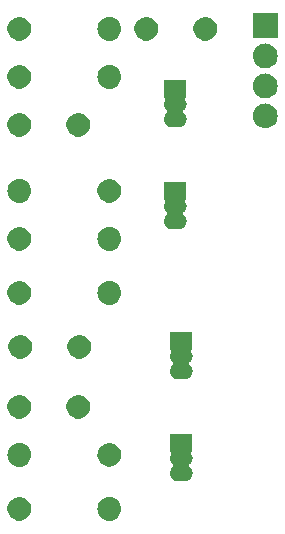
<source format=gbr>
G04 #@! TF.GenerationSoftware,KiCad,Pcbnew,(5.0.1)-3*
G04 #@! TF.CreationDate,2018-11-23T20:27:27-05:00*
G04 #@! TF.ProjectId,OdysseyDaughterCardFlipFlop,4F647973736579446175676874657243,1.0*
G04 #@! TF.SameCoordinates,Original*
G04 #@! TF.FileFunction,Soldermask,Top*
G04 #@! TF.FilePolarity,Negative*
%FSLAX46Y46*%
G04 Gerber Fmt 4.6, Leading zero omitted, Abs format (unit mm)*
G04 Created by KiCad (PCBNEW (5.0.1)-3) date 11/23/2018 8:27:27 PM*
%MOMM*%
%LPD*%
G01*
G04 APERTURE LIST*
%ADD10C,0.100000*%
G04 APERTURE END LIST*
D10*
G36*
X144976030Y-120426469D02*
X144976033Y-120426470D01*
X144976034Y-120426470D01*
X145164535Y-120483651D01*
X145164537Y-120483652D01*
X145338260Y-120576509D01*
X145490528Y-120701472D01*
X145615491Y-120853740D01*
X145708348Y-121027463D01*
X145765531Y-121215970D01*
X145784838Y-121412000D01*
X145765531Y-121608030D01*
X145708348Y-121796537D01*
X145615491Y-121970260D01*
X145490528Y-122122528D01*
X145338260Y-122247491D01*
X145338258Y-122247492D01*
X145164535Y-122340349D01*
X144976034Y-122397530D01*
X144976033Y-122397530D01*
X144976030Y-122397531D01*
X144829124Y-122412000D01*
X144730876Y-122412000D01*
X144583970Y-122397531D01*
X144583967Y-122397530D01*
X144583966Y-122397530D01*
X144395465Y-122340349D01*
X144221742Y-122247492D01*
X144221740Y-122247491D01*
X144069472Y-122122528D01*
X143944509Y-121970260D01*
X143851652Y-121796537D01*
X143794469Y-121608030D01*
X143775162Y-121412000D01*
X143794469Y-121215970D01*
X143851652Y-121027463D01*
X143944509Y-120853740D01*
X144069472Y-120701472D01*
X144221740Y-120576509D01*
X144395463Y-120483652D01*
X144395465Y-120483651D01*
X144583966Y-120426470D01*
X144583967Y-120426470D01*
X144583970Y-120426469D01*
X144730876Y-120412000D01*
X144829124Y-120412000D01*
X144976030Y-120426469D01*
X144976030Y-120426469D01*
G37*
G36*
X137335770Y-120427372D02*
X137451689Y-120450429D01*
X137633678Y-120525811D01*
X137797463Y-120635249D01*
X137936751Y-120774537D01*
X138046189Y-120938322D01*
X138121571Y-121120311D01*
X138160000Y-121313509D01*
X138160000Y-121510491D01*
X138121571Y-121703689D01*
X138046189Y-121885678D01*
X137936751Y-122049463D01*
X137797463Y-122188751D01*
X137633678Y-122298189D01*
X137451689Y-122373571D01*
X137335770Y-122396628D01*
X137258493Y-122412000D01*
X137061507Y-122412000D01*
X136984230Y-122396628D01*
X136868311Y-122373571D01*
X136686322Y-122298189D01*
X136522537Y-122188751D01*
X136383249Y-122049463D01*
X136273811Y-121885678D01*
X136198429Y-121703689D01*
X136160000Y-121510491D01*
X136160000Y-121313509D01*
X136198429Y-121120311D01*
X136273811Y-120938322D01*
X136383249Y-120774537D01*
X136522537Y-120635249D01*
X136686322Y-120525811D01*
X136868311Y-120450429D01*
X136984230Y-120427372D01*
X137061507Y-120412000D01*
X137258493Y-120412000D01*
X137335770Y-120427372D01*
X137335770Y-120427372D01*
G37*
G36*
X151826000Y-116550409D02*
X151815923Y-116551402D01*
X151792474Y-116558515D01*
X151770863Y-116570066D01*
X151751921Y-116585612D01*
X151736375Y-116604554D01*
X151724824Y-116626165D01*
X151717711Y-116649614D01*
X151715309Y-116674000D01*
X151717711Y-116698386D01*
X151724824Y-116721835D01*
X151730069Y-116732925D01*
X151774053Y-116815211D01*
X151774053Y-116815212D01*
X151815509Y-116951875D01*
X151829507Y-117094000D01*
X151815509Y-117236125D01*
X151791985Y-117313675D01*
X151774053Y-117372789D01*
X151706731Y-117498738D01*
X151616132Y-117609132D01*
X151587812Y-117632374D01*
X151570485Y-117649701D01*
X151556871Y-117670075D01*
X151547493Y-117692714D01*
X151542713Y-117716748D01*
X151542713Y-117741252D01*
X151547493Y-117765286D01*
X151556871Y-117787925D01*
X151570485Y-117808299D01*
X151587812Y-117825626D01*
X151616132Y-117848868D01*
X151706731Y-117959262D01*
X151774053Y-118085211D01*
X151774053Y-118085212D01*
X151815509Y-118221875D01*
X151829507Y-118364000D01*
X151815509Y-118506125D01*
X151787872Y-118597234D01*
X151774053Y-118642789D01*
X151706731Y-118768738D01*
X151616132Y-118879132D01*
X151505738Y-118969731D01*
X151379789Y-119037053D01*
X151334234Y-119050872D01*
X151243125Y-119078509D01*
X151172113Y-119085503D01*
X151136608Y-119089000D01*
X150615392Y-119089000D01*
X150579887Y-119085503D01*
X150508875Y-119078509D01*
X150417766Y-119050872D01*
X150372211Y-119037053D01*
X150246262Y-118969731D01*
X150135868Y-118879132D01*
X150045269Y-118768738D01*
X149977947Y-118642789D01*
X149964128Y-118597234D01*
X149936491Y-118506125D01*
X149922493Y-118364000D01*
X149936491Y-118221875D01*
X149977947Y-118085212D01*
X149977947Y-118085211D01*
X150045269Y-117959262D01*
X150135868Y-117848868D01*
X150164188Y-117825626D01*
X150181515Y-117808299D01*
X150195129Y-117787925D01*
X150204507Y-117765286D01*
X150209287Y-117741252D01*
X150209287Y-117716748D01*
X150204507Y-117692714D01*
X150195129Y-117670075D01*
X150181515Y-117649701D01*
X150164188Y-117632374D01*
X150135868Y-117609132D01*
X150045269Y-117498738D01*
X149977947Y-117372789D01*
X149960015Y-117313675D01*
X149936491Y-117236125D01*
X149922493Y-117094000D01*
X149936491Y-116951875D01*
X149977947Y-116815212D01*
X149977947Y-116815211D01*
X150021931Y-116732925D01*
X150031308Y-116710287D01*
X150036089Y-116686253D01*
X150036089Y-116661749D01*
X150031309Y-116637715D01*
X150021932Y-116615076D01*
X150008318Y-116594702D01*
X149990991Y-116577374D01*
X149970616Y-116563760D01*
X149947978Y-116554383D01*
X149926000Y-116550011D01*
X149926000Y-115099000D01*
X151826000Y-115099000D01*
X151826000Y-116550409D01*
X151826000Y-116550409D01*
G37*
G36*
X137356030Y-115854469D02*
X137356033Y-115854470D01*
X137356034Y-115854470D01*
X137544535Y-115911651D01*
X137544537Y-115911652D01*
X137718260Y-116004509D01*
X137870528Y-116129472D01*
X137995491Y-116281740D01*
X138047740Y-116379491D01*
X138088349Y-116455465D01*
X138136766Y-116615076D01*
X138145531Y-116643970D01*
X138164838Y-116840000D01*
X138145531Y-117036030D01*
X138088348Y-117224537D01*
X137995491Y-117398260D01*
X137870528Y-117550528D01*
X137718260Y-117675491D01*
X137546960Y-117767053D01*
X137544535Y-117768349D01*
X137356034Y-117825530D01*
X137356033Y-117825530D01*
X137356030Y-117825531D01*
X137209124Y-117840000D01*
X137110876Y-117840000D01*
X136963970Y-117825531D01*
X136963967Y-117825530D01*
X136963966Y-117825530D01*
X136775465Y-117768349D01*
X136773040Y-117767053D01*
X136601740Y-117675491D01*
X136449472Y-117550528D01*
X136324509Y-117398260D01*
X136231652Y-117224537D01*
X136174469Y-117036030D01*
X136155162Y-116840000D01*
X136174469Y-116643970D01*
X136183234Y-116615076D01*
X136231651Y-116455465D01*
X136272260Y-116379491D01*
X136324509Y-116281740D01*
X136449472Y-116129472D01*
X136601740Y-116004509D01*
X136775463Y-115911652D01*
X136775465Y-115911651D01*
X136963966Y-115854470D01*
X136963967Y-115854470D01*
X136963970Y-115854469D01*
X137110876Y-115840000D01*
X137209124Y-115840000D01*
X137356030Y-115854469D01*
X137356030Y-115854469D01*
G37*
G36*
X144955770Y-115855372D02*
X145071689Y-115878429D01*
X145253678Y-115953811D01*
X145417463Y-116063249D01*
X145556751Y-116202537D01*
X145666189Y-116366322D01*
X145741571Y-116548311D01*
X145761721Y-116649614D01*
X145780000Y-116741507D01*
X145780000Y-116938493D01*
X145764628Y-117015770D01*
X145741571Y-117131689D01*
X145666189Y-117313678D01*
X145556751Y-117477463D01*
X145417463Y-117616751D01*
X145253678Y-117726189D01*
X145071689Y-117801571D01*
X144984066Y-117819000D01*
X144878493Y-117840000D01*
X144681507Y-117840000D01*
X144575934Y-117819000D01*
X144488311Y-117801571D01*
X144306322Y-117726189D01*
X144142537Y-117616751D01*
X144003249Y-117477463D01*
X143893811Y-117313678D01*
X143818429Y-117131689D01*
X143795372Y-117015770D01*
X143780000Y-116938493D01*
X143780000Y-116741507D01*
X143798279Y-116649614D01*
X143818429Y-116548311D01*
X143893811Y-116366322D01*
X144003249Y-116202537D01*
X144142537Y-116063249D01*
X144306322Y-115953811D01*
X144488311Y-115878429D01*
X144604230Y-115855372D01*
X144681507Y-115840000D01*
X144878493Y-115840000D01*
X144955770Y-115855372D01*
X144955770Y-115855372D01*
G37*
G36*
X137335770Y-111791372D02*
X137451689Y-111814429D01*
X137633678Y-111889811D01*
X137797463Y-111999249D01*
X137936751Y-112138537D01*
X138046189Y-112302322D01*
X138121571Y-112484311D01*
X138160000Y-112677509D01*
X138160000Y-112874491D01*
X138121571Y-113067689D01*
X138046189Y-113249678D01*
X137936751Y-113413463D01*
X137797463Y-113552751D01*
X137633678Y-113662189D01*
X137451689Y-113737571D01*
X137335770Y-113760628D01*
X137258493Y-113776000D01*
X137061507Y-113776000D01*
X136984230Y-113760628D01*
X136868311Y-113737571D01*
X136686322Y-113662189D01*
X136522537Y-113552751D01*
X136383249Y-113413463D01*
X136273811Y-113249678D01*
X136198429Y-113067689D01*
X136160000Y-112874491D01*
X136160000Y-112677509D01*
X136198429Y-112484311D01*
X136273811Y-112302322D01*
X136383249Y-112138537D01*
X136522537Y-111999249D01*
X136686322Y-111889811D01*
X136868311Y-111814429D01*
X136984230Y-111791372D01*
X137061507Y-111776000D01*
X137258493Y-111776000D01*
X137335770Y-111791372D01*
X137335770Y-111791372D01*
G37*
G36*
X142335770Y-111791372D02*
X142451689Y-111814429D01*
X142633678Y-111889811D01*
X142797463Y-111999249D01*
X142936751Y-112138537D01*
X143046189Y-112302322D01*
X143121571Y-112484311D01*
X143160000Y-112677509D01*
X143160000Y-112874491D01*
X143121571Y-113067689D01*
X143046189Y-113249678D01*
X142936751Y-113413463D01*
X142797463Y-113552751D01*
X142633678Y-113662189D01*
X142451689Y-113737571D01*
X142335770Y-113760628D01*
X142258493Y-113776000D01*
X142061507Y-113776000D01*
X141984230Y-113760628D01*
X141868311Y-113737571D01*
X141686322Y-113662189D01*
X141522537Y-113552751D01*
X141383249Y-113413463D01*
X141273811Y-113249678D01*
X141198429Y-113067689D01*
X141160000Y-112874491D01*
X141160000Y-112677509D01*
X141198429Y-112484311D01*
X141273811Y-112302322D01*
X141383249Y-112138537D01*
X141522537Y-111999249D01*
X141686322Y-111889811D01*
X141868311Y-111814429D01*
X141984230Y-111791372D01*
X142061507Y-111776000D01*
X142258493Y-111776000D01*
X142335770Y-111791372D01*
X142335770Y-111791372D01*
G37*
G36*
X151826000Y-107914409D02*
X151815923Y-107915402D01*
X151792474Y-107922515D01*
X151770863Y-107934066D01*
X151751921Y-107949612D01*
X151736375Y-107968554D01*
X151724824Y-107990165D01*
X151717711Y-108013614D01*
X151715309Y-108038000D01*
X151717711Y-108062386D01*
X151724824Y-108085835D01*
X151730069Y-108096925D01*
X151774053Y-108179211D01*
X151774053Y-108179212D01*
X151815509Y-108315875D01*
X151829507Y-108458000D01*
X151815509Y-108600125D01*
X151798083Y-108657571D01*
X151774053Y-108736789D01*
X151706731Y-108862738D01*
X151616132Y-108973132D01*
X151587812Y-108996374D01*
X151570485Y-109013701D01*
X151556871Y-109034075D01*
X151547493Y-109056714D01*
X151542713Y-109080748D01*
X151542713Y-109105252D01*
X151547493Y-109129286D01*
X151556871Y-109151925D01*
X151570485Y-109172299D01*
X151587812Y-109189626D01*
X151616132Y-109212868D01*
X151706731Y-109323262D01*
X151774053Y-109449211D01*
X151774053Y-109449212D01*
X151815509Y-109585875D01*
X151829507Y-109728000D01*
X151815509Y-109870125D01*
X151787872Y-109961234D01*
X151774053Y-110006789D01*
X151706731Y-110132738D01*
X151616132Y-110243132D01*
X151505738Y-110333731D01*
X151379789Y-110401053D01*
X151334234Y-110414872D01*
X151243125Y-110442509D01*
X151172113Y-110449503D01*
X151136608Y-110453000D01*
X150615392Y-110453000D01*
X150579887Y-110449503D01*
X150508875Y-110442509D01*
X150417766Y-110414872D01*
X150372211Y-110401053D01*
X150246262Y-110333731D01*
X150135868Y-110243132D01*
X150045269Y-110132738D01*
X149977947Y-110006789D01*
X149964128Y-109961234D01*
X149936491Y-109870125D01*
X149922493Y-109728000D01*
X149936491Y-109585875D01*
X149977947Y-109449212D01*
X149977947Y-109449211D01*
X150045269Y-109323262D01*
X150135868Y-109212868D01*
X150164188Y-109189626D01*
X150181515Y-109172299D01*
X150195129Y-109151925D01*
X150204507Y-109129286D01*
X150209287Y-109105252D01*
X150209287Y-109080748D01*
X150204507Y-109056714D01*
X150195129Y-109034075D01*
X150181515Y-109013701D01*
X150164188Y-108996374D01*
X150135868Y-108973132D01*
X150045269Y-108862738D01*
X149977947Y-108736789D01*
X149953917Y-108657571D01*
X149936491Y-108600125D01*
X149922493Y-108458000D01*
X149936491Y-108315875D01*
X149977947Y-108179212D01*
X149977947Y-108179211D01*
X150021931Y-108096925D01*
X150031308Y-108074287D01*
X150036089Y-108050253D01*
X150036089Y-108025749D01*
X150031309Y-108001715D01*
X150021932Y-107979076D01*
X150008318Y-107958702D01*
X149990991Y-107941374D01*
X149970616Y-107927760D01*
X149947978Y-107918383D01*
X149926000Y-107914011D01*
X149926000Y-106463000D01*
X151826000Y-106463000D01*
X151826000Y-107914409D01*
X151826000Y-107914409D01*
G37*
G36*
X142415770Y-106711372D02*
X142531689Y-106734429D01*
X142713678Y-106809811D01*
X142877463Y-106919249D01*
X143016751Y-107058537D01*
X143126189Y-107222322D01*
X143201571Y-107404311D01*
X143240000Y-107597509D01*
X143240000Y-107794491D01*
X143201571Y-107987689D01*
X143126189Y-108169678D01*
X143016751Y-108333463D01*
X142877463Y-108472751D01*
X142713678Y-108582189D01*
X142531689Y-108657571D01*
X142415770Y-108680628D01*
X142338493Y-108696000D01*
X142141507Y-108696000D01*
X142064230Y-108680628D01*
X141948311Y-108657571D01*
X141766322Y-108582189D01*
X141602537Y-108472751D01*
X141463249Y-108333463D01*
X141353811Y-108169678D01*
X141278429Y-107987689D01*
X141240000Y-107794491D01*
X141240000Y-107597509D01*
X141278429Y-107404311D01*
X141353811Y-107222322D01*
X141463249Y-107058537D01*
X141602537Y-106919249D01*
X141766322Y-106809811D01*
X141948311Y-106734429D01*
X142064230Y-106711372D01*
X142141507Y-106696000D01*
X142338493Y-106696000D01*
X142415770Y-106711372D01*
X142415770Y-106711372D01*
G37*
G36*
X137415770Y-106711372D02*
X137531689Y-106734429D01*
X137713678Y-106809811D01*
X137877463Y-106919249D01*
X138016751Y-107058537D01*
X138126189Y-107222322D01*
X138201571Y-107404311D01*
X138240000Y-107597509D01*
X138240000Y-107794491D01*
X138201571Y-107987689D01*
X138126189Y-108169678D01*
X138016751Y-108333463D01*
X137877463Y-108472751D01*
X137713678Y-108582189D01*
X137531689Y-108657571D01*
X137415770Y-108680628D01*
X137338493Y-108696000D01*
X137141507Y-108696000D01*
X137064230Y-108680628D01*
X136948311Y-108657571D01*
X136766322Y-108582189D01*
X136602537Y-108472751D01*
X136463249Y-108333463D01*
X136353811Y-108169678D01*
X136278429Y-107987689D01*
X136240000Y-107794491D01*
X136240000Y-107597509D01*
X136278429Y-107404311D01*
X136353811Y-107222322D01*
X136463249Y-107058537D01*
X136602537Y-106919249D01*
X136766322Y-106809811D01*
X136948311Y-106734429D01*
X137064230Y-106711372D01*
X137141507Y-106696000D01*
X137338493Y-106696000D01*
X137415770Y-106711372D01*
X137415770Y-106711372D01*
G37*
G36*
X144976030Y-102138469D02*
X144976033Y-102138470D01*
X144976034Y-102138470D01*
X145164535Y-102195651D01*
X145164537Y-102195652D01*
X145338260Y-102288509D01*
X145490528Y-102413472D01*
X145615491Y-102565740D01*
X145708348Y-102739463D01*
X145765531Y-102927970D01*
X145784838Y-103124000D01*
X145765531Y-103320030D01*
X145708348Y-103508537D01*
X145615491Y-103682260D01*
X145490528Y-103834528D01*
X145338260Y-103959491D01*
X145338258Y-103959492D01*
X145164535Y-104052349D01*
X144976034Y-104109530D01*
X144976033Y-104109530D01*
X144976030Y-104109531D01*
X144829124Y-104124000D01*
X144730876Y-104124000D01*
X144583970Y-104109531D01*
X144583967Y-104109530D01*
X144583966Y-104109530D01*
X144395465Y-104052349D01*
X144221742Y-103959492D01*
X144221740Y-103959491D01*
X144069472Y-103834528D01*
X143944509Y-103682260D01*
X143851652Y-103508537D01*
X143794469Y-103320030D01*
X143775162Y-103124000D01*
X143794469Y-102927970D01*
X143851652Y-102739463D01*
X143944509Y-102565740D01*
X144069472Y-102413472D01*
X144221740Y-102288509D01*
X144395463Y-102195652D01*
X144395465Y-102195651D01*
X144583966Y-102138470D01*
X144583967Y-102138470D01*
X144583970Y-102138469D01*
X144730876Y-102124000D01*
X144829124Y-102124000D01*
X144976030Y-102138469D01*
X144976030Y-102138469D01*
G37*
G36*
X137335770Y-102139372D02*
X137451689Y-102162429D01*
X137633678Y-102237811D01*
X137797463Y-102347249D01*
X137936751Y-102486537D01*
X138046189Y-102650322D01*
X138121571Y-102832311D01*
X138160000Y-103025509D01*
X138160000Y-103222491D01*
X138121571Y-103415689D01*
X138046189Y-103597678D01*
X137936751Y-103761463D01*
X137797463Y-103900751D01*
X137633678Y-104010189D01*
X137451689Y-104085571D01*
X137335770Y-104108628D01*
X137258493Y-104124000D01*
X137061507Y-104124000D01*
X136984230Y-104108628D01*
X136868311Y-104085571D01*
X136686322Y-104010189D01*
X136522537Y-103900751D01*
X136383249Y-103761463D01*
X136273811Y-103597678D01*
X136198429Y-103415689D01*
X136160000Y-103222491D01*
X136160000Y-103025509D01*
X136198429Y-102832311D01*
X136273811Y-102650322D01*
X136383249Y-102486537D01*
X136522537Y-102347249D01*
X136686322Y-102237811D01*
X136868311Y-102162429D01*
X136984230Y-102139372D01*
X137061507Y-102124000D01*
X137258493Y-102124000D01*
X137335770Y-102139372D01*
X137335770Y-102139372D01*
G37*
G36*
X144976030Y-97566469D02*
X144976033Y-97566470D01*
X144976034Y-97566470D01*
X145164535Y-97623651D01*
X145164537Y-97623652D01*
X145338260Y-97716509D01*
X145490528Y-97841472D01*
X145615491Y-97993740D01*
X145708348Y-98167463D01*
X145765531Y-98355970D01*
X145784838Y-98552000D01*
X145765531Y-98748030D01*
X145708348Y-98936537D01*
X145615491Y-99110260D01*
X145490528Y-99262528D01*
X145338260Y-99387491D01*
X145338258Y-99387492D01*
X145164535Y-99480349D01*
X144976034Y-99537530D01*
X144976033Y-99537530D01*
X144976030Y-99537531D01*
X144829124Y-99552000D01*
X144730876Y-99552000D01*
X144583970Y-99537531D01*
X144583967Y-99537530D01*
X144583966Y-99537530D01*
X144395465Y-99480349D01*
X144221742Y-99387492D01*
X144221740Y-99387491D01*
X144069472Y-99262528D01*
X143944509Y-99110260D01*
X143851652Y-98936537D01*
X143794469Y-98748030D01*
X143775162Y-98552000D01*
X143794469Y-98355970D01*
X143851652Y-98167463D01*
X143944509Y-97993740D01*
X144069472Y-97841472D01*
X144221740Y-97716509D01*
X144395463Y-97623652D01*
X144395465Y-97623651D01*
X144583966Y-97566470D01*
X144583967Y-97566470D01*
X144583970Y-97566469D01*
X144730876Y-97552000D01*
X144829124Y-97552000D01*
X144976030Y-97566469D01*
X144976030Y-97566469D01*
G37*
G36*
X137335770Y-97567372D02*
X137451689Y-97590429D01*
X137633678Y-97665811D01*
X137797463Y-97775249D01*
X137936751Y-97914537D01*
X138046189Y-98078322D01*
X138121571Y-98260311D01*
X138160000Y-98453509D01*
X138160000Y-98650491D01*
X138121571Y-98843689D01*
X138046189Y-99025678D01*
X137936751Y-99189463D01*
X137797463Y-99328751D01*
X137633678Y-99438189D01*
X137451689Y-99513571D01*
X137335770Y-99536628D01*
X137258493Y-99552000D01*
X137061507Y-99552000D01*
X136984230Y-99536628D01*
X136868311Y-99513571D01*
X136686322Y-99438189D01*
X136522537Y-99328751D01*
X136383249Y-99189463D01*
X136273811Y-99025678D01*
X136198429Y-98843689D01*
X136160000Y-98650491D01*
X136160000Y-98453509D01*
X136198429Y-98260311D01*
X136273811Y-98078322D01*
X136383249Y-97914537D01*
X136522537Y-97775249D01*
X136686322Y-97665811D01*
X136868311Y-97590429D01*
X136984230Y-97567372D01*
X137061507Y-97552000D01*
X137258493Y-97552000D01*
X137335770Y-97567372D01*
X137335770Y-97567372D01*
G37*
G36*
X151318000Y-95214409D02*
X151307923Y-95215402D01*
X151284474Y-95222515D01*
X151262863Y-95234066D01*
X151243921Y-95249612D01*
X151228375Y-95268554D01*
X151216824Y-95290165D01*
X151209711Y-95313614D01*
X151207309Y-95338000D01*
X151209711Y-95362386D01*
X151216824Y-95385835D01*
X151222069Y-95396925D01*
X151266053Y-95479211D01*
X151266053Y-95479212D01*
X151307509Y-95615875D01*
X151321507Y-95758000D01*
X151307509Y-95900125D01*
X151279872Y-95991234D01*
X151266053Y-96036789D01*
X151198731Y-96162738D01*
X151108132Y-96273132D01*
X151079812Y-96296374D01*
X151062485Y-96313701D01*
X151048871Y-96334075D01*
X151039493Y-96356714D01*
X151034713Y-96380748D01*
X151034713Y-96405252D01*
X151039493Y-96429286D01*
X151048871Y-96451925D01*
X151062485Y-96472299D01*
X151079812Y-96489626D01*
X151108132Y-96512868D01*
X151198731Y-96623262D01*
X151266053Y-96749211D01*
X151266053Y-96749212D01*
X151307509Y-96885875D01*
X151321507Y-97028000D01*
X151307509Y-97170125D01*
X151279872Y-97261234D01*
X151266053Y-97306789D01*
X151198731Y-97432738D01*
X151108132Y-97543132D01*
X150997738Y-97633731D01*
X150871789Y-97701053D01*
X150826234Y-97714872D01*
X150735125Y-97742509D01*
X150664113Y-97749503D01*
X150628608Y-97753000D01*
X150107392Y-97753000D01*
X150071887Y-97749503D01*
X150000875Y-97742509D01*
X149909766Y-97714872D01*
X149864211Y-97701053D01*
X149738262Y-97633731D01*
X149627868Y-97543132D01*
X149537269Y-97432738D01*
X149469947Y-97306789D01*
X149456128Y-97261234D01*
X149428491Y-97170125D01*
X149414493Y-97028000D01*
X149428491Y-96885875D01*
X149469947Y-96749212D01*
X149469947Y-96749211D01*
X149537269Y-96623262D01*
X149627868Y-96512868D01*
X149656188Y-96489626D01*
X149673515Y-96472299D01*
X149687129Y-96451925D01*
X149696507Y-96429286D01*
X149701287Y-96405252D01*
X149701287Y-96380748D01*
X149696507Y-96356714D01*
X149687129Y-96334075D01*
X149673515Y-96313701D01*
X149656188Y-96296374D01*
X149627868Y-96273132D01*
X149537269Y-96162738D01*
X149469947Y-96036789D01*
X149456128Y-95991234D01*
X149428491Y-95900125D01*
X149414493Y-95758000D01*
X149428491Y-95615875D01*
X149469947Y-95479212D01*
X149469947Y-95479211D01*
X149513931Y-95396925D01*
X149523308Y-95374287D01*
X149528089Y-95350253D01*
X149528089Y-95325749D01*
X149523309Y-95301715D01*
X149513932Y-95279076D01*
X149500318Y-95258702D01*
X149482991Y-95241374D01*
X149462616Y-95227760D01*
X149439978Y-95218383D01*
X149418000Y-95214011D01*
X149418000Y-93763000D01*
X151318000Y-93763000D01*
X151318000Y-95214409D01*
X151318000Y-95214409D01*
G37*
G36*
X137356030Y-93502469D02*
X137356033Y-93502470D01*
X137356034Y-93502470D01*
X137544535Y-93559651D01*
X137544537Y-93559652D01*
X137718260Y-93652509D01*
X137870528Y-93777472D01*
X137995491Y-93929740D01*
X138088348Y-94103463D01*
X138145531Y-94291970D01*
X138164838Y-94488000D01*
X138145531Y-94684030D01*
X138088348Y-94872537D01*
X137995491Y-95046260D01*
X137870528Y-95198528D01*
X137718260Y-95323491D01*
X137645493Y-95362386D01*
X137544535Y-95416349D01*
X137356034Y-95473530D01*
X137356033Y-95473530D01*
X137356030Y-95473531D01*
X137209124Y-95488000D01*
X137110876Y-95488000D01*
X136963970Y-95473531D01*
X136963967Y-95473530D01*
X136963966Y-95473530D01*
X136775465Y-95416349D01*
X136674507Y-95362386D01*
X136601740Y-95323491D01*
X136449472Y-95198528D01*
X136324509Y-95046260D01*
X136231652Y-94872537D01*
X136174469Y-94684030D01*
X136155162Y-94488000D01*
X136174469Y-94291970D01*
X136231652Y-94103463D01*
X136324509Y-93929740D01*
X136449472Y-93777472D01*
X136601740Y-93652509D01*
X136775463Y-93559652D01*
X136775465Y-93559651D01*
X136963966Y-93502470D01*
X136963967Y-93502470D01*
X136963970Y-93502469D01*
X137110876Y-93488000D01*
X137209124Y-93488000D01*
X137356030Y-93502469D01*
X137356030Y-93502469D01*
G37*
G36*
X144955770Y-93503372D02*
X145071689Y-93526429D01*
X145253678Y-93601811D01*
X145417463Y-93711249D01*
X145556751Y-93850537D01*
X145666189Y-94014322D01*
X145741571Y-94196311D01*
X145780000Y-94389509D01*
X145780000Y-94586491D01*
X145741571Y-94779689D01*
X145666189Y-94961678D01*
X145556751Y-95125463D01*
X145417463Y-95264751D01*
X145253678Y-95374189D01*
X145071689Y-95449571D01*
X144955770Y-95472628D01*
X144878493Y-95488000D01*
X144681507Y-95488000D01*
X144604230Y-95472628D01*
X144488311Y-95449571D01*
X144306322Y-95374189D01*
X144142537Y-95264751D01*
X144003249Y-95125463D01*
X143893811Y-94961678D01*
X143818429Y-94779689D01*
X143780000Y-94586491D01*
X143780000Y-94389509D01*
X143818429Y-94196311D01*
X143893811Y-94014322D01*
X144003249Y-93850537D01*
X144142537Y-93711249D01*
X144306322Y-93601811D01*
X144488311Y-93526429D01*
X144604230Y-93503372D01*
X144681507Y-93488000D01*
X144878493Y-93488000D01*
X144955770Y-93503372D01*
X144955770Y-93503372D01*
G37*
G36*
X142335770Y-87915372D02*
X142451689Y-87938429D01*
X142633678Y-88013811D01*
X142797463Y-88123249D01*
X142936751Y-88262537D01*
X143046189Y-88426322D01*
X143121571Y-88608311D01*
X143160000Y-88801509D01*
X143160000Y-88998491D01*
X143121571Y-89191689D01*
X143046189Y-89373678D01*
X142936751Y-89537463D01*
X142797463Y-89676751D01*
X142633678Y-89786189D01*
X142451689Y-89861571D01*
X142335770Y-89884628D01*
X142258493Y-89900000D01*
X142061507Y-89900000D01*
X141984230Y-89884628D01*
X141868311Y-89861571D01*
X141686322Y-89786189D01*
X141522537Y-89676751D01*
X141383249Y-89537463D01*
X141273811Y-89373678D01*
X141198429Y-89191689D01*
X141160000Y-88998491D01*
X141160000Y-88801509D01*
X141198429Y-88608311D01*
X141273811Y-88426322D01*
X141383249Y-88262537D01*
X141522537Y-88123249D01*
X141686322Y-88013811D01*
X141868311Y-87938429D01*
X141984230Y-87915372D01*
X142061507Y-87900000D01*
X142258493Y-87900000D01*
X142335770Y-87915372D01*
X142335770Y-87915372D01*
G37*
G36*
X137335770Y-87915372D02*
X137451689Y-87938429D01*
X137633678Y-88013811D01*
X137797463Y-88123249D01*
X137936751Y-88262537D01*
X138046189Y-88426322D01*
X138121571Y-88608311D01*
X138160000Y-88801509D01*
X138160000Y-88998491D01*
X138121571Y-89191689D01*
X138046189Y-89373678D01*
X137936751Y-89537463D01*
X137797463Y-89676751D01*
X137633678Y-89786189D01*
X137451689Y-89861571D01*
X137335770Y-89884628D01*
X137258493Y-89900000D01*
X137061507Y-89900000D01*
X136984230Y-89884628D01*
X136868311Y-89861571D01*
X136686322Y-89786189D01*
X136522537Y-89676751D01*
X136383249Y-89537463D01*
X136273811Y-89373678D01*
X136198429Y-89191689D01*
X136160000Y-88998491D01*
X136160000Y-88801509D01*
X136198429Y-88608311D01*
X136273811Y-88426322D01*
X136383249Y-88262537D01*
X136522537Y-88123249D01*
X136686322Y-88013811D01*
X136868311Y-87938429D01*
X136984230Y-87915372D01*
X137061507Y-87900000D01*
X137258493Y-87900000D01*
X137335770Y-87915372D01*
X137335770Y-87915372D01*
G37*
G36*
X158116707Y-87095596D02*
X158193836Y-87103193D01*
X158325787Y-87143220D01*
X158391763Y-87163233D01*
X158574172Y-87260733D01*
X158734054Y-87391946D01*
X158865267Y-87551828D01*
X158962767Y-87734237D01*
X158962767Y-87734238D01*
X159022807Y-87932164D01*
X159043080Y-88138000D01*
X159022807Y-88343836D01*
X158997785Y-88426322D01*
X158962767Y-88541763D01*
X158865267Y-88724172D01*
X158734054Y-88884054D01*
X158574172Y-89015267D01*
X158391763Y-89112767D01*
X158377808Y-89117000D01*
X158193836Y-89172807D01*
X158116707Y-89180403D01*
X158039580Y-89188000D01*
X157936420Y-89188000D01*
X157859293Y-89180403D01*
X157782164Y-89172807D01*
X157598192Y-89117000D01*
X157584237Y-89112767D01*
X157401828Y-89015267D01*
X157241946Y-88884054D01*
X157110733Y-88724172D01*
X157013233Y-88541763D01*
X156978215Y-88426322D01*
X156953193Y-88343836D01*
X156932920Y-88138000D01*
X156953193Y-87932164D01*
X157013233Y-87734238D01*
X157013233Y-87734237D01*
X157110733Y-87551828D01*
X157241946Y-87391946D01*
X157401828Y-87260733D01*
X157584237Y-87163233D01*
X157650213Y-87143220D01*
X157782164Y-87103193D01*
X157859293Y-87095596D01*
X157936420Y-87088000D01*
X158039580Y-87088000D01*
X158116707Y-87095596D01*
X158116707Y-87095596D01*
G37*
G36*
X151318000Y-86578409D02*
X151307923Y-86579402D01*
X151284474Y-86586515D01*
X151262863Y-86598066D01*
X151243921Y-86613612D01*
X151228375Y-86632554D01*
X151216824Y-86654165D01*
X151209711Y-86677614D01*
X151207309Y-86702000D01*
X151209711Y-86726386D01*
X151216824Y-86749835D01*
X151222069Y-86760925D01*
X151266053Y-86843211D01*
X151266053Y-86843212D01*
X151307509Y-86979875D01*
X151321507Y-87122000D01*
X151307509Y-87264125D01*
X151279872Y-87355234D01*
X151266053Y-87400789D01*
X151198731Y-87526738D01*
X151108132Y-87637132D01*
X151079812Y-87660374D01*
X151062485Y-87677701D01*
X151048871Y-87698075D01*
X151039493Y-87720714D01*
X151034713Y-87744748D01*
X151034713Y-87769252D01*
X151039493Y-87793286D01*
X151048871Y-87815925D01*
X151062485Y-87836299D01*
X151079812Y-87853626D01*
X151108132Y-87876868D01*
X151198731Y-87987262D01*
X151266053Y-88113211D01*
X151266053Y-88113212D01*
X151307509Y-88249875D01*
X151321507Y-88392000D01*
X151307509Y-88534125D01*
X151285005Y-88608311D01*
X151266053Y-88670789D01*
X151198731Y-88796738D01*
X151108132Y-88907132D01*
X150997738Y-88997731D01*
X150871789Y-89065053D01*
X150826234Y-89078872D01*
X150735125Y-89106509D01*
X150671586Y-89112767D01*
X150628608Y-89117000D01*
X150107392Y-89117000D01*
X150064414Y-89112767D01*
X150000875Y-89106509D01*
X149909766Y-89078872D01*
X149864211Y-89065053D01*
X149738262Y-88997731D01*
X149627868Y-88907132D01*
X149537269Y-88796738D01*
X149469947Y-88670789D01*
X149450995Y-88608311D01*
X149428491Y-88534125D01*
X149414493Y-88392000D01*
X149428491Y-88249875D01*
X149469947Y-88113212D01*
X149469947Y-88113211D01*
X149537269Y-87987262D01*
X149627868Y-87876868D01*
X149656188Y-87853626D01*
X149673515Y-87836299D01*
X149687129Y-87815925D01*
X149696507Y-87793286D01*
X149701287Y-87769252D01*
X149701287Y-87744748D01*
X149696507Y-87720714D01*
X149687129Y-87698075D01*
X149673515Y-87677701D01*
X149656188Y-87660374D01*
X149627868Y-87637132D01*
X149537269Y-87526738D01*
X149469947Y-87400789D01*
X149456128Y-87355234D01*
X149428491Y-87264125D01*
X149414493Y-87122000D01*
X149428491Y-86979875D01*
X149469947Y-86843212D01*
X149469947Y-86843211D01*
X149513931Y-86760925D01*
X149523308Y-86738287D01*
X149528089Y-86714253D01*
X149528089Y-86689749D01*
X149523309Y-86665715D01*
X149513932Y-86643076D01*
X149500318Y-86622702D01*
X149482991Y-86605374D01*
X149462616Y-86591760D01*
X149439978Y-86582383D01*
X149418000Y-86578011D01*
X149418000Y-85127000D01*
X151318000Y-85127000D01*
X151318000Y-86578409D01*
X151318000Y-86578409D01*
G37*
G36*
X158116707Y-84555597D02*
X158193836Y-84563193D01*
X158325787Y-84603220D01*
X158391763Y-84623233D01*
X158574172Y-84720733D01*
X158734054Y-84851946D01*
X158865267Y-85011828D01*
X158962767Y-85194237D01*
X158962767Y-85194238D01*
X159022807Y-85392164D01*
X159043080Y-85598000D01*
X159022807Y-85803836D01*
X159017439Y-85821531D01*
X158962767Y-86001763D01*
X158865267Y-86184172D01*
X158734054Y-86344054D01*
X158574172Y-86475267D01*
X158391763Y-86572767D01*
X158346441Y-86586515D01*
X158193836Y-86632807D01*
X158116707Y-86640404D01*
X158039580Y-86648000D01*
X157936420Y-86648000D01*
X157859293Y-86640404D01*
X157782164Y-86632807D01*
X157629559Y-86586515D01*
X157584237Y-86572767D01*
X157401828Y-86475267D01*
X157241946Y-86344054D01*
X157110733Y-86184172D01*
X157013233Y-86001763D01*
X156958561Y-85821531D01*
X156953193Y-85803836D01*
X156932920Y-85598000D01*
X156953193Y-85392164D01*
X157013233Y-85194238D01*
X157013233Y-85194237D01*
X157110733Y-85011828D01*
X157241946Y-84851946D01*
X157401828Y-84720733D01*
X157584237Y-84623233D01*
X157650213Y-84603220D01*
X157782164Y-84563193D01*
X157859293Y-84555597D01*
X157936420Y-84548000D01*
X158039580Y-84548000D01*
X158116707Y-84555597D01*
X158116707Y-84555597D01*
G37*
G36*
X137335770Y-83851372D02*
X137451689Y-83874429D01*
X137633678Y-83949811D01*
X137797463Y-84059249D01*
X137936751Y-84198537D01*
X138046189Y-84362322D01*
X138121571Y-84544311D01*
X138160000Y-84737509D01*
X138160000Y-84934491D01*
X138121571Y-85127689D01*
X138046189Y-85309678D01*
X137936751Y-85473463D01*
X137797463Y-85612751D01*
X137633678Y-85722189D01*
X137451689Y-85797571D01*
X137335770Y-85820628D01*
X137258493Y-85836000D01*
X137061507Y-85836000D01*
X136984230Y-85820628D01*
X136868311Y-85797571D01*
X136686322Y-85722189D01*
X136522537Y-85612751D01*
X136383249Y-85473463D01*
X136273811Y-85309678D01*
X136198429Y-85127689D01*
X136160000Y-84934491D01*
X136160000Y-84737509D01*
X136198429Y-84544311D01*
X136273811Y-84362322D01*
X136383249Y-84198537D01*
X136522537Y-84059249D01*
X136686322Y-83949811D01*
X136868311Y-83874429D01*
X136984230Y-83851372D01*
X137061507Y-83836000D01*
X137258493Y-83836000D01*
X137335770Y-83851372D01*
X137335770Y-83851372D01*
G37*
G36*
X144976030Y-83850469D02*
X144976033Y-83850470D01*
X144976034Y-83850470D01*
X145164535Y-83907651D01*
X145164537Y-83907652D01*
X145338260Y-84000509D01*
X145490528Y-84125472D01*
X145615491Y-84277740D01*
X145708348Y-84451463D01*
X145765531Y-84639970D01*
X145784838Y-84836000D01*
X145765531Y-85032030D01*
X145708348Y-85220537D01*
X145615491Y-85394260D01*
X145490528Y-85546528D01*
X145338260Y-85671491D01*
X145338258Y-85671492D01*
X145164535Y-85764349D01*
X144976034Y-85821530D01*
X144976033Y-85821530D01*
X144976030Y-85821531D01*
X144829124Y-85836000D01*
X144730876Y-85836000D01*
X144583970Y-85821531D01*
X144583967Y-85821530D01*
X144583966Y-85821530D01*
X144395465Y-85764349D01*
X144221742Y-85671492D01*
X144221740Y-85671491D01*
X144069472Y-85546528D01*
X143944509Y-85394260D01*
X143851652Y-85220537D01*
X143794469Y-85032030D01*
X143775162Y-84836000D01*
X143794469Y-84639970D01*
X143851652Y-84451463D01*
X143944509Y-84277740D01*
X144069472Y-84125472D01*
X144221740Y-84000509D01*
X144395463Y-83907652D01*
X144395465Y-83907651D01*
X144583966Y-83850470D01*
X144583967Y-83850470D01*
X144583970Y-83850469D01*
X144730876Y-83836000D01*
X144829124Y-83836000D01*
X144976030Y-83850469D01*
X144976030Y-83850469D01*
G37*
G36*
X158116707Y-82015596D02*
X158193836Y-82023193D01*
X158325787Y-82063220D01*
X158391763Y-82083233D01*
X158574172Y-82180733D01*
X158734054Y-82311946D01*
X158865267Y-82471828D01*
X158962767Y-82654237D01*
X158962767Y-82654238D01*
X159022807Y-82852164D01*
X159043080Y-83058000D01*
X159022807Y-83263836D01*
X158982780Y-83395787D01*
X158962767Y-83461763D01*
X158865267Y-83644172D01*
X158734054Y-83804054D01*
X158574172Y-83935267D01*
X158391763Y-84032767D01*
X158325787Y-84052780D01*
X158193836Y-84092807D01*
X158116707Y-84100403D01*
X158039580Y-84108000D01*
X157936420Y-84108000D01*
X157859293Y-84100403D01*
X157782164Y-84092807D01*
X157650213Y-84052780D01*
X157584237Y-84032767D01*
X157401828Y-83935267D01*
X157241946Y-83804054D01*
X157110733Y-83644172D01*
X157013233Y-83461763D01*
X156993220Y-83395787D01*
X156953193Y-83263836D01*
X156932920Y-83058000D01*
X156953193Y-82852164D01*
X157013233Y-82654238D01*
X157013233Y-82654237D01*
X157110733Y-82471828D01*
X157241946Y-82311946D01*
X157401828Y-82180733D01*
X157584237Y-82083233D01*
X157650213Y-82063220D01*
X157782164Y-82023193D01*
X157859293Y-82015596D01*
X157936420Y-82008000D01*
X158039580Y-82008000D01*
X158116707Y-82015596D01*
X158116707Y-82015596D01*
G37*
G36*
X148083770Y-79787372D02*
X148199689Y-79810429D01*
X148381678Y-79885811D01*
X148545463Y-79995249D01*
X148684751Y-80134537D01*
X148794189Y-80298322D01*
X148869571Y-80480311D01*
X148908000Y-80673509D01*
X148908000Y-80870491D01*
X148869571Y-81063689D01*
X148794189Y-81245678D01*
X148684751Y-81409463D01*
X148545463Y-81548751D01*
X148381678Y-81658189D01*
X148199689Y-81733571D01*
X148083770Y-81756628D01*
X148006493Y-81772000D01*
X147809507Y-81772000D01*
X147732230Y-81756628D01*
X147616311Y-81733571D01*
X147434322Y-81658189D01*
X147270537Y-81548751D01*
X147131249Y-81409463D01*
X147021811Y-81245678D01*
X146946429Y-81063689D01*
X146908000Y-80870491D01*
X146908000Y-80673509D01*
X146946429Y-80480311D01*
X147021811Y-80298322D01*
X147131249Y-80134537D01*
X147270537Y-79995249D01*
X147434322Y-79885811D01*
X147616311Y-79810429D01*
X147732230Y-79787372D01*
X147809507Y-79772000D01*
X148006493Y-79772000D01*
X148083770Y-79787372D01*
X148083770Y-79787372D01*
G37*
G36*
X153083770Y-79787372D02*
X153199689Y-79810429D01*
X153381678Y-79885811D01*
X153545463Y-79995249D01*
X153684751Y-80134537D01*
X153794189Y-80298322D01*
X153869571Y-80480311D01*
X153908000Y-80673509D01*
X153908000Y-80870491D01*
X153869571Y-81063689D01*
X153794189Y-81245678D01*
X153684751Y-81409463D01*
X153545463Y-81548751D01*
X153381678Y-81658189D01*
X153199689Y-81733571D01*
X153083770Y-81756628D01*
X153006493Y-81772000D01*
X152809507Y-81772000D01*
X152732230Y-81756628D01*
X152616311Y-81733571D01*
X152434322Y-81658189D01*
X152270537Y-81548751D01*
X152131249Y-81409463D01*
X152021811Y-81245678D01*
X151946429Y-81063689D01*
X151908000Y-80870491D01*
X151908000Y-80673509D01*
X151946429Y-80480311D01*
X152021811Y-80298322D01*
X152131249Y-80134537D01*
X152270537Y-79995249D01*
X152434322Y-79885811D01*
X152616311Y-79810429D01*
X152732230Y-79787372D01*
X152809507Y-79772000D01*
X153006493Y-79772000D01*
X153083770Y-79787372D01*
X153083770Y-79787372D01*
G37*
G36*
X144976030Y-79786469D02*
X144976033Y-79786470D01*
X144976034Y-79786470D01*
X145164535Y-79843651D01*
X145164537Y-79843652D01*
X145338260Y-79936509D01*
X145490528Y-80061472D01*
X145615491Y-80213740D01*
X145708348Y-80387463D01*
X145765531Y-80575970D01*
X145784838Y-80772000D01*
X145765531Y-80968030D01*
X145708348Y-81156537D01*
X145615491Y-81330260D01*
X145490528Y-81482528D01*
X145338260Y-81607491D01*
X145338258Y-81607492D01*
X145164535Y-81700349D01*
X144976034Y-81757530D01*
X144976033Y-81757530D01*
X144976030Y-81757531D01*
X144829124Y-81772000D01*
X144730876Y-81772000D01*
X144583970Y-81757531D01*
X144583967Y-81757530D01*
X144583966Y-81757530D01*
X144395465Y-81700349D01*
X144221742Y-81607492D01*
X144221740Y-81607491D01*
X144069472Y-81482528D01*
X143944509Y-81330260D01*
X143851652Y-81156537D01*
X143794469Y-80968030D01*
X143775162Y-80772000D01*
X143794469Y-80575970D01*
X143851652Y-80387463D01*
X143944509Y-80213740D01*
X144069472Y-80061472D01*
X144221740Y-79936509D01*
X144395463Y-79843652D01*
X144395465Y-79843651D01*
X144583966Y-79786470D01*
X144583967Y-79786470D01*
X144583970Y-79786469D01*
X144730876Y-79772000D01*
X144829124Y-79772000D01*
X144976030Y-79786469D01*
X144976030Y-79786469D01*
G37*
G36*
X137335770Y-79787372D02*
X137451689Y-79810429D01*
X137633678Y-79885811D01*
X137797463Y-79995249D01*
X137936751Y-80134537D01*
X138046189Y-80298322D01*
X138121571Y-80480311D01*
X138160000Y-80673509D01*
X138160000Y-80870491D01*
X138121571Y-81063689D01*
X138046189Y-81245678D01*
X137936751Y-81409463D01*
X137797463Y-81548751D01*
X137633678Y-81658189D01*
X137451689Y-81733571D01*
X137335770Y-81756628D01*
X137258493Y-81772000D01*
X137061507Y-81772000D01*
X136984230Y-81756628D01*
X136868311Y-81733571D01*
X136686322Y-81658189D01*
X136522537Y-81548751D01*
X136383249Y-81409463D01*
X136273811Y-81245678D01*
X136198429Y-81063689D01*
X136160000Y-80870491D01*
X136160000Y-80673509D01*
X136198429Y-80480311D01*
X136273811Y-80298322D01*
X136383249Y-80134537D01*
X136522537Y-79995249D01*
X136686322Y-79885811D01*
X136868311Y-79810429D01*
X136984230Y-79787372D01*
X137061507Y-79772000D01*
X137258493Y-79772000D01*
X137335770Y-79787372D01*
X137335770Y-79787372D01*
G37*
G36*
X159038000Y-81568000D02*
X156938000Y-81568000D01*
X156938000Y-79468000D01*
X159038000Y-79468000D01*
X159038000Y-81568000D01*
X159038000Y-81568000D01*
G37*
M02*

</source>
